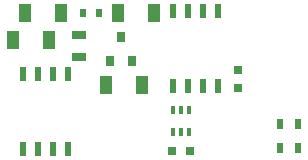
<source format=gbr>
G04 #@! TF.FileFunction,Paste,Top*
%FSLAX46Y46*%
G04 Gerber Fmt 4.6, Leading zero omitted, Abs format (unit mm)*
G04 Created by KiCad (PCBNEW 4.0.7) date 08/02/18 07:41:19*
%MOMM*%
%LPD*%
G01*
G04 APERTURE LIST*
%ADD10C,0.100000*%
%ADD11R,0.508000X1.143000*%
%ADD12R,1.000000X1.600000*%
%ADD13R,0.750000X0.800000*%
%ADD14R,0.600000X0.700000*%
%ADD15R,0.500000X0.900000*%
%ADD16R,1.300000X0.700000*%
%ADD17R,0.800000X0.900000*%
%ADD18R,0.400000X0.650000*%
%ADD19R,0.800000X0.750000*%
G04 APERTURE END LIST*
D10*
D11*
X47117000Y-36703000D03*
X45847000Y-36703000D03*
X44577000Y-36703000D03*
X43307000Y-36703000D03*
X43307000Y-30353000D03*
X44577000Y-30353000D03*
X45847000Y-30353000D03*
X47117000Y-30353000D03*
D12*
X38632000Y-30480000D03*
X41632000Y-30480000D03*
X40616000Y-36576000D03*
X37616000Y-36576000D03*
X33758000Y-30480000D03*
X30758000Y-30480000D03*
X32742000Y-32766000D03*
X29742000Y-32766000D03*
D13*
X48768000Y-35318000D03*
X48768000Y-36818000D03*
D14*
X35622000Y-30480000D03*
X37022000Y-30480000D03*
D15*
X53836000Y-41910000D03*
X52336000Y-41910000D03*
X53836000Y-39878000D03*
X52336000Y-39878000D03*
D16*
X35306000Y-34224000D03*
X35306000Y-32324000D03*
D11*
X30607000Y-35687000D03*
X31877000Y-35687000D03*
X33147000Y-35687000D03*
X34417000Y-35687000D03*
X34417000Y-42037000D03*
X33147000Y-42037000D03*
X31877000Y-42037000D03*
X30607000Y-42037000D03*
D17*
X37912000Y-34528000D03*
X39812000Y-34528000D03*
X38862000Y-32528000D03*
D18*
X44592000Y-38674000D03*
X43292000Y-38674000D03*
X43942000Y-40574000D03*
X43942000Y-38674000D03*
X43292000Y-40574000D03*
X44592000Y-40574000D03*
D19*
X44692000Y-42164000D03*
X43192000Y-42164000D03*
M02*

</source>
